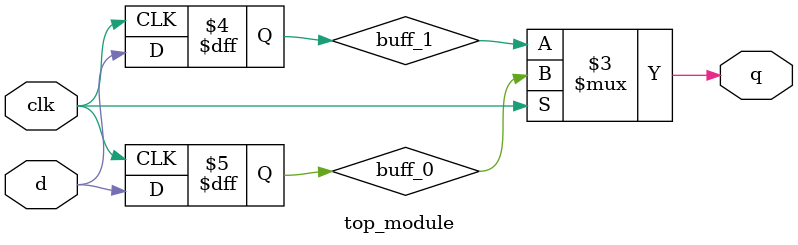
<source format=v>
module top_module (
    input clk,
    input d,
    output q
);

    wire buff_0, buff_1;
    
    always @(posedge clk)
        buff_0 <= d;
    always @(negedge clk)
        buff_1 <= d;
    
    assign q = clk ? buff_0 : buff_1;
    
endmodule

</source>
